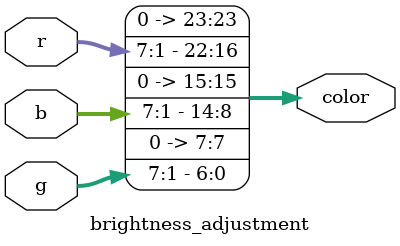
<source format=v>
`timescale 1ns / 1ps

module brightness_adjustment (
  input [7:0] g, // Green component
  input [7:0] b, // Blue component
  input [7:0] r, // Red component
  output reg [23:0] color // Adjusted output
);

  always @* begin
    color = {r >> 1, b >> 1, g >> 1};
  end
  
endmodule

</source>
